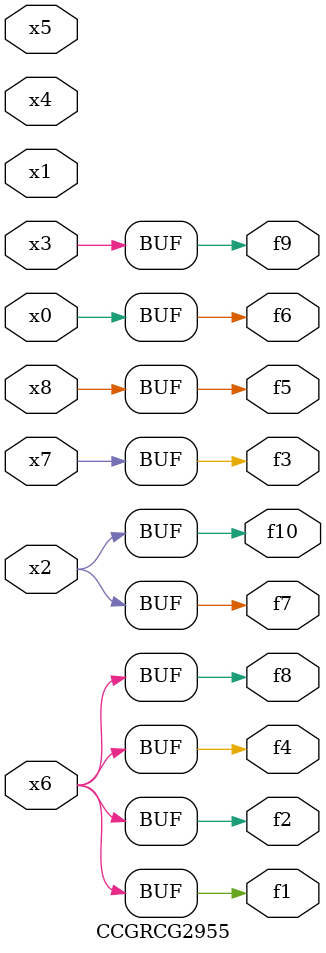
<source format=v>
module CCGRCG2955(
	input x0, x1, x2, x3, x4, x5, x6, x7, x8,
	output f1, f2, f3, f4, f5, f6, f7, f8, f9, f10
);
	assign f1 = x6;
	assign f2 = x6;
	assign f3 = x7;
	assign f4 = x6;
	assign f5 = x8;
	assign f6 = x0;
	assign f7 = x2;
	assign f8 = x6;
	assign f9 = x3;
	assign f10 = x2;
endmodule

</source>
